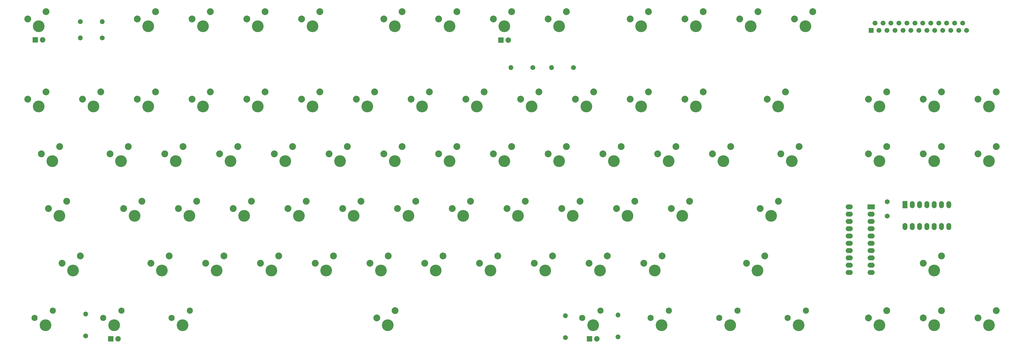
<source format=gbr>
G04 #@! TF.GenerationSoftware,KiCad,Pcbnew,7.0.1*
G04 #@! TF.CreationDate,2024-09-27T18:45:22-05:00*
G04 #@! TF.ProjectId,C128DKEYBOARD,43313238-444b-4455-9942-4f4152442e6b,3.3*
G04 #@! TF.SameCoordinates,Original*
G04 #@! TF.FileFunction,Soldermask,Top*
G04 #@! TF.FilePolarity,Negative*
%FSLAX46Y46*%
G04 Gerber Fmt 4.6, Leading zero omitted, Abs format (unit mm)*
G04 Created by KiCad (PCBNEW 7.0.1) date 2024-09-27 18:45:22*
%MOMM*%
%LPD*%
G01*
G04 APERTURE LIST*
G04 Aperture macros list*
%AMRoundRect*
0 Rectangle with rounded corners*
0 $1 Rounding radius*
0 $2 $3 $4 $5 $6 $7 $8 $9 X,Y pos of 4 corners*
0 Add a 4 corners polygon primitive as box body*
4,1,4,$2,$3,$4,$5,$6,$7,$8,$9,$2,$3,0*
0 Add four circle primitives for the rounded corners*
1,1,$1+$1,$2,$3*
1,1,$1+$1,$4,$5*
1,1,$1+$1,$6,$7*
1,1,$1+$1,$8,$9*
0 Add four rect primitives between the rounded corners*
20,1,$1+$1,$2,$3,$4,$5,0*
20,1,$1+$1,$4,$5,$6,$7,0*
20,1,$1+$1,$6,$7,$8,$9,0*
20,1,$1+$1,$8,$9,$2,$3,0*%
G04 Aperture macros list end*
%ADD10C,4.089800*%
%ADD11C,2.388000*%
%ADD12C,2.134000*%
%ADD13RoundRect,0.051000X-0.900000X-0.900000X0.900000X-0.900000X0.900000X0.900000X-0.900000X0.900000X0*%
%ADD14C,1.902000*%
%ADD15RoundRect,0.051000X-0.800000X-0.800000X0.800000X-0.800000X0.800000X0.800000X-0.800000X0.800000X0*%
%ADD16C,1.702000*%
%ADD17O,1.702000X1.702000*%
%ADD18RoundRect,0.051000X-0.800000X1.200000X-0.800000X-1.200000X0.800000X-1.200000X0.800000X1.200000X0*%
%ADD19O,1.702000X2.502000*%
%ADD20RoundRect,0.051000X1.200000X0.800000X-1.200000X0.800000X-1.200000X-0.800000X1.200000X-0.800000X0*%
%ADD21O,2.502000X1.702000*%
G04 APERTURE END LIST*
D10*
X64325500Y-133731000D03*
D11*
X66865500Y-128651000D03*
X60515500Y-131191000D03*
D10*
X102425500Y-133731000D03*
D11*
X104965500Y-128651000D03*
X98615500Y-131191000D03*
D10*
X121475500Y-133731000D03*
D11*
X124015500Y-128651000D03*
X117665500Y-131191000D03*
D10*
X140525500Y-133731000D03*
D11*
X143065500Y-128651000D03*
X136715500Y-131191000D03*
D10*
X159575500Y-133731000D03*
D11*
X162115500Y-128651000D03*
X155765500Y-131191000D03*
D10*
X188150500Y-133731000D03*
D11*
X190690500Y-128651000D03*
X184340500Y-131191000D03*
D10*
X207200500Y-133731000D03*
D11*
X209740500Y-128651000D03*
X203390500Y-131191000D03*
D10*
X226250500Y-133731000D03*
D11*
X228790500Y-128651000D03*
X222440500Y-131191000D03*
D10*
X245300500Y-133731000D03*
D11*
X247840500Y-128651000D03*
X241490500Y-131191000D03*
D10*
X273875500Y-133731000D03*
D11*
X276415500Y-128651000D03*
X270065500Y-131191000D03*
D10*
X292925500Y-133731000D03*
D11*
X295465500Y-128651000D03*
X289115500Y-131191000D03*
D10*
X311975500Y-133731000D03*
D11*
X314515500Y-128651000D03*
X308165500Y-131191000D03*
D10*
X102425500Y-161671000D03*
D11*
X104965500Y-156591000D03*
X98615500Y-159131000D03*
D10*
X121475500Y-161671000D03*
D11*
X124015500Y-156591000D03*
X117665500Y-159131000D03*
D10*
X140525500Y-161671000D03*
D11*
X143065500Y-156591000D03*
X136715500Y-159131000D03*
D10*
X159575500Y-161671000D03*
D11*
X162115500Y-156591000D03*
X155765500Y-159131000D03*
D10*
X178625500Y-161671000D03*
D11*
X181165500Y-156591000D03*
X174815500Y-159131000D03*
D10*
X197675500Y-161671000D03*
D11*
X200215500Y-156591000D03*
X193865500Y-159131000D03*
D10*
X216725500Y-161671000D03*
D11*
X219265500Y-156591000D03*
X212915500Y-159131000D03*
D10*
X235775500Y-161671000D03*
D11*
X238315500Y-156591000D03*
X231965500Y-159131000D03*
D10*
X254825500Y-161671000D03*
D11*
X257365500Y-156591000D03*
X251015500Y-159131000D03*
D10*
X273875500Y-161671000D03*
D11*
X276415500Y-156591000D03*
X270065500Y-159131000D03*
D10*
X292925500Y-161671000D03*
D11*
X295465500Y-156591000D03*
X289115500Y-159131000D03*
D10*
X321500500Y-161671000D03*
D11*
X324040500Y-156591000D03*
X317690500Y-159131000D03*
D10*
X356752100Y-180721000D03*
D11*
X359292100Y-175641000D03*
X352942100Y-178181000D03*
D10*
X375802100Y-180721000D03*
D11*
X378342100Y-175641000D03*
X371992100Y-178181000D03*
D10*
X394852100Y-180721000D03*
D11*
X397392100Y-175641000D03*
X391042100Y-178181000D03*
D10*
X92900500Y-180721000D03*
D11*
X95440500Y-175641000D03*
X89090500Y-178181000D03*
D10*
X111950500Y-180721000D03*
D11*
X114490500Y-175641000D03*
X108140500Y-178181000D03*
D10*
X131000500Y-180721000D03*
D11*
X133540500Y-175641000D03*
X127190500Y-178181000D03*
D10*
X150050500Y-180721000D03*
D11*
X152590500Y-175641000D03*
X146240500Y-178181000D03*
D10*
X169100500Y-180721000D03*
D11*
X171640500Y-175641000D03*
X165290500Y-178181000D03*
D10*
X188150500Y-180721000D03*
D11*
X190690500Y-175641000D03*
X184340500Y-178181000D03*
D10*
X207200500Y-180721000D03*
D11*
X209740500Y-175641000D03*
X203390500Y-178181000D03*
D10*
X226250500Y-180721000D03*
D11*
X228790500Y-175641000D03*
X222440500Y-178181000D03*
D10*
X245300500Y-180721000D03*
D11*
X247840500Y-175641000D03*
X241490500Y-178181000D03*
D10*
X264350500Y-180721000D03*
D11*
X266890500Y-175641000D03*
X260540500Y-178181000D03*
D10*
X283400500Y-180721000D03*
D11*
X285940500Y-175641000D03*
X279590500Y-178181000D03*
D10*
X302450500Y-180721000D03*
D11*
X304990500Y-175641000D03*
X298640500Y-178181000D03*
D10*
X326260500Y-180721000D03*
D11*
X328800500Y-175641000D03*
X322450500Y-178181000D03*
D10*
X97650500Y-199771000D03*
D11*
X100190500Y-194691000D03*
X93840500Y-197231000D03*
D10*
X135750500Y-199771000D03*
D11*
X138290500Y-194691000D03*
X131940500Y-197231000D03*
D10*
X154800500Y-199771000D03*
D11*
X157340500Y-194691000D03*
X150990500Y-197231000D03*
D10*
X173850500Y-199771000D03*
D11*
X176390500Y-194691000D03*
X170040500Y-197231000D03*
D10*
X192900500Y-199771000D03*
D11*
X195440500Y-194691000D03*
X189090500Y-197231000D03*
D10*
X211950500Y-199771000D03*
D11*
X214490500Y-194691000D03*
X208140500Y-197231000D03*
D10*
X231000500Y-199771000D03*
D11*
X233540500Y-194691000D03*
X227190500Y-197231000D03*
D10*
X250050500Y-199771000D03*
D11*
X252590500Y-194691000D03*
X246240500Y-197231000D03*
D10*
X269100500Y-199771000D03*
D11*
X271640500Y-194691000D03*
X265290500Y-197231000D03*
D10*
X288150500Y-199771000D03*
D11*
X290690500Y-194691000D03*
X284340500Y-197231000D03*
D10*
X319105500Y-199771000D03*
D11*
X321645500Y-194691000D03*
X315295500Y-197231000D03*
D10*
X375802100Y-218821000D03*
D11*
X378342100Y-213741000D03*
X371992100Y-216281000D03*
D10*
X107175500Y-218821000D03*
D11*
X109715500Y-213741000D03*
X103365500Y-216281000D03*
D10*
X126225500Y-218821000D03*
D11*
X128765500Y-213741000D03*
X122415500Y-216281000D03*
D10*
X145275500Y-218821000D03*
D11*
X147815500Y-213741000D03*
X141465500Y-216281000D03*
D10*
X164325500Y-218821000D03*
D11*
X166865500Y-213741000D03*
X160515500Y-216281000D03*
D10*
X183375500Y-218821000D03*
D11*
X185915500Y-213741000D03*
X179565500Y-216281000D03*
D10*
X202425500Y-218821000D03*
D11*
X204965500Y-213741000D03*
X198615500Y-216281000D03*
D10*
X221475500Y-218821000D03*
D11*
X224015500Y-213741000D03*
X217665500Y-216281000D03*
D10*
X240525500Y-218821000D03*
D11*
X243065500Y-213741000D03*
X236715500Y-216281000D03*
D10*
X259575500Y-218821000D03*
D11*
X262115500Y-213741000D03*
X255765500Y-216281000D03*
D10*
X278625500Y-218821000D03*
D11*
X281165500Y-213741000D03*
X274815500Y-216281000D03*
D10*
X314340500Y-218821000D03*
D11*
X316880500Y-213741000D03*
X310530500Y-216281000D03*
D10*
X356752100Y-237871000D03*
D11*
X359292100Y-232791000D03*
X352942100Y-235331000D03*
D10*
X375802100Y-237871000D03*
D11*
X378342100Y-232791000D03*
X371992100Y-235331000D03*
D10*
X394852100Y-237871000D03*
D11*
X397392100Y-232791000D03*
X391042100Y-235331000D03*
D10*
X90510500Y-237871000D03*
D12*
X93050500Y-232791000D03*
X86700500Y-235331000D03*
D10*
X114320500Y-237871000D03*
D12*
X116860500Y-232791000D03*
X110510500Y-235331000D03*
D10*
X185755500Y-237871000D03*
D11*
X188295500Y-232791000D03*
X181945500Y-235331000D03*
D10*
X257195500Y-237871000D03*
D12*
X259735500Y-232791000D03*
X253385500Y-235331000D03*
D10*
X281005500Y-237871000D03*
D12*
X283545500Y-232791000D03*
X277195500Y-235331000D03*
D10*
X304815500Y-237871000D03*
D12*
X307355500Y-232791000D03*
X301005500Y-235331000D03*
D10*
X328625500Y-237871000D03*
D12*
X331165500Y-232791000D03*
X324815500Y-235331000D03*
D10*
X356752100Y-161671000D03*
D11*
X359292100Y-156591000D03*
X352942100Y-159131000D03*
D10*
X394852100Y-161671000D03*
D11*
X397392100Y-156591000D03*
X391042100Y-159131000D03*
D10*
X375802100Y-161671000D03*
D11*
X378342100Y-156591000D03*
X371992100Y-159131000D03*
D10*
X69080500Y-180721000D03*
D11*
X71620500Y-175641000D03*
X65270500Y-178181000D03*
D10*
X71463500Y-199771000D03*
D11*
X74003500Y-194691000D03*
X67653500Y-197231000D03*
D10*
X76225500Y-218821000D03*
D11*
X78765500Y-213741000D03*
X72415500Y-216281000D03*
D10*
X66700500Y-237871000D03*
D12*
X69240500Y-232791000D03*
X62890500Y-235331000D03*
D10*
X116700500Y-199771000D03*
D11*
X119240500Y-194691000D03*
X112890500Y-197231000D03*
D10*
X331025500Y-133731000D03*
D11*
X333565500Y-128651000D03*
X327215500Y-131191000D03*
D10*
X83375500Y-161671000D03*
D11*
X85915500Y-156591000D03*
X79565500Y-159131000D03*
D10*
X64325500Y-161671000D03*
D11*
X66865500Y-156591000D03*
X60515500Y-159131000D03*
D13*
X89321800Y-242646200D03*
D14*
X91861800Y-242646200D03*
D13*
X63114000Y-138455400D03*
D14*
X65654000Y-138455400D03*
D13*
X255874600Y-242570000D03*
D14*
X258414600Y-242570000D03*
D13*
X225115200Y-138531600D03*
D14*
X227655200Y-138531600D03*
D15*
X353834000Y-135149300D03*
D16*
X356604000Y-135149300D03*
X359374000Y-135149300D03*
X362144000Y-135149300D03*
X364914000Y-135149300D03*
X367684000Y-135149300D03*
X370454000Y-135149300D03*
X373224000Y-135149300D03*
X375994000Y-135149300D03*
X378764000Y-135149300D03*
X381534000Y-135149300D03*
X384304000Y-135149300D03*
X387074000Y-135149300D03*
X355219000Y-132609300D03*
X357989000Y-132609300D03*
X360759000Y-132609300D03*
X363529000Y-132609300D03*
X366299000Y-132609300D03*
X369069000Y-132609300D03*
X371839000Y-132609300D03*
X374609000Y-132609300D03*
X377379000Y-132609300D03*
X380149000Y-132609300D03*
X382919000Y-132609300D03*
X385689000Y-132609300D03*
X236143000Y-148082000D03*
D17*
X228523000Y-148082000D03*
D18*
X365628000Y-195844000D03*
D19*
X368168000Y-195844000D03*
X370708000Y-195844000D03*
X373248000Y-195844000D03*
X375788000Y-195844000D03*
X378328000Y-195844000D03*
X380868000Y-195844000D03*
X380868000Y-203464000D03*
X378328000Y-203464000D03*
X375788000Y-203464000D03*
X373248000Y-203464000D03*
X370708000Y-203464000D03*
X368168000Y-203464000D03*
X365628000Y-203464000D03*
D16*
X265811000Y-241935000D03*
D17*
X265811000Y-234315000D03*
D20*
X353822000Y-196596000D03*
D21*
X353822000Y-199136000D03*
X353822000Y-201676000D03*
X353822000Y-204216000D03*
X353822000Y-206756000D03*
X353822000Y-209296000D03*
X353822000Y-211836000D03*
X353822000Y-214376000D03*
X353822000Y-216916000D03*
X353822000Y-219456000D03*
X346202000Y-219456000D03*
X346202000Y-216916000D03*
X346202000Y-214376000D03*
X346202000Y-211836000D03*
X346202000Y-209296000D03*
X346202000Y-206756000D03*
X346202000Y-204216000D03*
X346202000Y-201676000D03*
X346202000Y-199136000D03*
X346202000Y-196596000D03*
D16*
X80645000Y-241554000D03*
D17*
X80645000Y-233934000D03*
D16*
X78740000Y-132080000D03*
D17*
X86360000Y-132080000D03*
D16*
X359410000Y-199858000D03*
X359410000Y-194858000D03*
X86360000Y-137795000D03*
D17*
X78740000Y-137795000D03*
D16*
X247523000Y-242189000D03*
D17*
X247523000Y-234569000D03*
D16*
X250317000Y-148082000D03*
D17*
X242697000Y-148082000D03*
M02*

</source>
